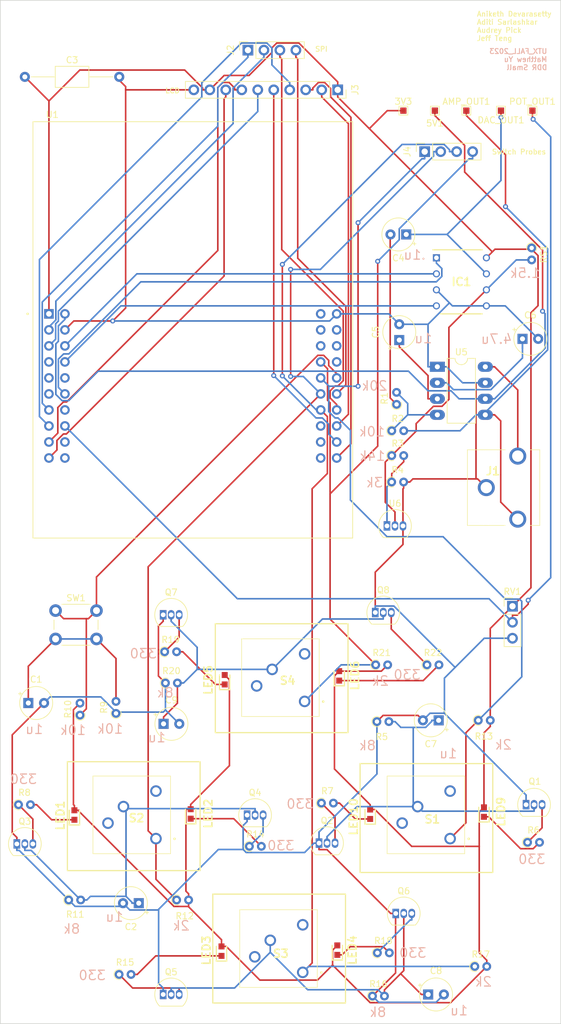
<source format=kicad_pcb>
(kicad_pcb (version 20221018) (generator pcbnew)
  (title_block (title "ECE 445L Baseline Project") (date "2023-08-25") (rev "v1.0.0") (company "The University of Texas at Austin"))
  (layers (0 "F.Cu" signal) (31 "B.Cu" signal) (34 "B.Paste" user) (35 "F.Paste" user) (36 "B.SilkS" user "B.Silkscreen") (37 "F.SilkS" user "F.Silkscreen") (38 "B.Mask" user) (39 "F.Mask" user) (44 "Edge.Cuts" user))
  (net 0 "")
  (net 1 "/SS1_MOSI")
  (net 2 "GND")
  (net 3 "+3V3")
  (net 4 "/SS1_SCK")
  (net 5 "/SS1_FS")
  (net 6 "/Vref")
  (net 7 "/SW_UP")
  (net 8 "/SW_DOWN")
  (net 9 "/SW_LEFT")
  (net 10 "/SW_RIGHT")
  (net 11 "/DAC_OUT")
  (net 12 "/SDC_CS")
  (net 13 "/TFT_MISO")
  (net 14 "/TFT_SCK")
  (net 15 "/POT_OUT")
  (net 17 "/TFT_MOSI")
  (net 18 "+5V")
  (net 21 "/TFT_CS")
  (net 32 "Net-(U5-FC2)")
  (net 33 "Net-(U5-FC1)")
  (net 34 "Net-(U5-VIN)")
  (net 35 "Net-(U6-FB)")
  (net 36 "Net-(C4-Pad2)")
  (net 37 "/AMP_OUT")
  (net 38 "Net-(J1-RING)")
  (net 39 "/TFT_D{slash}C")
  (net 40 "/TFT_RST")
  (net 41 "/SS2_FS")
  (net 43 "/SS2_SCK")
  (net 44 "/SS2_MOSI")
  (net 45 "/SS2_MISO")
  (net 46 "Net-(Q3-G)")
  (net 49 "Net-(C1-Pad1)")
  (net 50 "/RST")
  (net 51 "Net-(Q1-G)")
  (net 52 "Net-(Q5-G)")
  (net 53 "Net-(Q7-G)")
  (net 54 "Net-(LED1-K)")
  (net 55 "Net-(LED2-K)")
  (net 56 "Net-(LED3-K)")
  (net 57 "Net-(LED4-K)")
  (net 58 "Net-(LED5-K)")
  (net 59 "Net-(LED6-K)")
  (net 60 "Net-(LED9-K)")
  (net 61 "Net-(LED10-K)")
  (net 62 "Net-(Q1-D)")
  (net 63 "Net-(Q2-D)")
  (net 64 "Net-(Q3-D)")
  (net 65 "Net-(Q4-D)")
  (net 66 "Net-(Q5-D)")
  (net 67 "Net-(Q6-D)")
  (net 68 "Net-(Q7-D)")
  (net 69 "Net-(Q8-D)")
  (footprint "footprints:KS11R23CQD" (layer "F.Cu") (at 67.31 139.7)
    (fp_text reference "S4")
    (fp_text value "RIGHT" hide)
  )
  (footprint "Package_TO_SOT_THT:TO-92_Inline" (layer "F.Cu") (at 81.788 173.334)
    (fp_text reference "Q6")
    (fp_text value "2N7000")
  )
  (footprint "footprints:LEDC1608X80N" (layer "F.Cu") (at 77.724 157.595 90)
    (fp_text reference "LED10")
    (fp_text value "150060BS75000" hide)
  )
  (footprint "Connector_PinHeader_2.54mm:PinHeader_1x03_P2.54mm_Vertical" (layer "F.Cu") (at 100.33 124.602)
    (fp_text reference "RV1")
    (fp_text value "R_Potentiometer")
  )
  (footprint "footprints:ti_EKTM4C123GXL" (layer "F.Cu") (at 49.544 80.772)
    (fp_text reference "U1")
    (fp_text value "EK-TM4C123GXL")
  )
  (footprint "Resistor_THT:R_Axial_DIN0204_L3.6mm_D1.6mm_P1.90mm_Vertical" (layer "F.Cu") (at 58.531 162.687)
    (fp_text reference "R14")
    (fp_text value "330")
  )
  (footprint "Resistor_THT:R_Axial_DIN0204_L3.6mm_D1.6mm_P1.90mm_Vertical" (layer "F.Cu") (at 94.9 142.7)
    (fp_text reference "R13")
    (fp_text value "2k")
  )
  (footprint "Resistor_THT:R_Axial_DIN0204_L3.6mm_D1.6mm_P1.90mm_Vertical" (layer "F.Cu") (at 45.069 131.826)
    (fp_text reference "R19")
    (fp_text value "330")
  )
  (footprint "Capacitor_THT:CP_Radial_Tantal_D5.0mm_P2.50mm" (layer "F.Cu") (at 40.9561 171.704 180)
    (fp_text reference "C2")
    (fp_text value "1uF")
  )
  (footprint "TestPoint:TestPoint_Pad_1.0x1.0mm" (layer "F.Cu") (at 103.5 46)
    (fp_text reference "POT_OUT1")
    (fp_text value "TestPoint")
  )
  (footprint "Resistor_THT:R_Axial_DIN0204_L3.6mm_D1.6mm_P1.90mm_Vertical" (layer "F.Cu") (at 78.089 186.436)
    (fp_text reference "R16")
    (fp_text value "8k")
  )
  (footprint "Resistor_THT:R_Axial_DIN0204_L3.6mm_D1.6mm_P1.90mm_Vertical" (layer "F.Cu") (at 78.795 142.9)
    (fp_text reference "R5")
    (fp_text value "8k")
  )
  (footprint "TestPoint:TestPoint_Pad_1.0x1.0mm" (layer "F.Cu") (at 98.5 46)
    (fp_text reference "DAC_OUT1")
    (fp_text value "TestPoint")
  )
  (footprint "footprints:LEDC1608X80N" (layer "F.Cu") (at 54.102 179.312 90)
    (fp_text reference "LED3")
    (fp_text value "150060BS75000" hide)
  )
  (footprint "Package_TO_SOT_THT:TO-92_Inline" (layer "F.Cu") (at 44.831 125.963)
    (fp_text reference "Q7")
    (fp_text value "2N7000")
  )
  (footprint "Resistor_THT:R_Axial_DIN0204_L3.6mm_D1.6mm_P1.90mm_Vertical" (layer "F.Cu") (at 81.153 96.774)
    (fp_text reference "R2")
    (fp_text value "10k")
  )
  (footprint "Resistor_THT:R_Axial_DIN0204_L3.6mm_D1.6mm_P1.90mm_Vertical" (layer "F.Cu") (at 45.196 136.779)
    (fp_text reference "R20")
    (fp_text value "8k")
  )
  (footprint "TestPoint:TestPoint_Pad_1.0x1.0mm" (layer "F.Cu") (at 83 46)
    (fp_text reference "3V3")
    (fp_text value "TestPoint")
  )
  (footprint "Package_TO_SOT_THT:TO-92_Inline" (layer "F.Cu") (at 102.489 156.083)
    (fp_text reference "Q1")
    (fp_text value "2N7000")
  )
  (footprint "Capacitor_THT:CP_Radial_Tantal_D5.0mm_P2.50mm" (layer "F.Cu") (at 88.6 142.7 180)
    (fp_text reference "C7")
    (fp_text value "1uF")
  )
  (footprint "Package_TO_SOT_THT:TO-92_Inline" (layer "F.Cu") (at 21.59 162.306)
    (fp_text reference "Q3")
    (fp_text value "2N7000")
  )
  (footprint "footprints:KS11R23CQD" (layer "F.Cu") (at 43.688 161.464)
    (fp_text reference "S2")
    (fp_text value "RIGHT" hide)
  )
  (footprint "footprints:LEDC1608X80N" (layer "F.Cu") (at 49.2 157.55 90)
    (fp_text reference "LED2")
    (fp_text value "150060BS75000" hide)
  )
  (footprint "Resistor_THT:R_Axial_DIN0204_L3.6mm_D1.6mm_P1.90mm_Vertical" (layer "F.Cu") (at 86.749 133.9)
    (fp_text reference "R22")
    (fp_text value "330")
  )
  (footprint "Package_TO_SOT_THT:TO-92_Inline" (layer "F.Cu") (at 80.391 111.866)
    (fp_text reference "U6")
    (fp_text value "LM4041LP-ADJ")
  )
  (footprint "Connector_PinSocket_2.54mm:PinSocket_1x10_P2.54mm_Vertical" (layer "F.Cu") (at 72.56 42.7 -90)
    (fp_text reference "J3")
    (fp_text value "Conn_01x10_Socket")
  )
  (footprint "footprints:ti_TLV5618AIP" (layer "F.Cu") (at 92.216 73.152)
    (fp_text reference "IC1")
    (fp_text value "TLV5618AIP" hide)
  )
  (footprint "Connector_PinSocket_2.54mm:PinSocket_1x04_P2.54mm_Vertical" (layer "F.Cu") (at 58.3 36.4 90)
    (fp_text reference "J2")
    (fp_text value "Conn_01x04_Socket")
  )
  (footprint "Capacitor_THT:CP_Radial_Tantal_D5.0mm_P2.50mm" (layer "F.Cu") (at 83.4503 65.6336 180)
    (fp_text reference "C4")
    (fp_text value ".1 uF")
  )
  (footprint "Connector_PinSocket_2.54mm:PinSocket_1x04_P2.54mm_Vertical" (layer "F.Cu") (at 86.38 52.5 90)
    (fp_text reference "J4")
    (fp_text value "Conn_01x04_Socket")
  )
  (footprint "Package_DIP:DIP-8_W7.62mm_LongPads" (layer "F.Cu") (at 88.391 86.624)
    (fp_text reference "U5")
    (fp_text value "MCP34119P")
  )
  (footprint "Package_TO_SOT_THT:TO-92_Inline" (layer "F.Cu") (at 69.596 162.179)
    (fp_text reference "Q2")
    (fp_text value "2N7000")
  )
  (footprint "Capacitor_THT:CP_Radial_Tantal_D5.0mm_P2.50mm" (layer "F.Cu") (at 44.8959 143.256)
    (fp_text reference "C9")
    (fp_text value "1uF")
  )
  (footprint "Resistor_THT:R_Axial_DIN0204_L3.6mm_D1.6mm_P1.90mm_Vertical" (layer "F.Cu") (at 69.977 155.829)
    (fp_text reference "R7")
    (fp_text value "330")
  )
  (footprint "Capacitor_THT:CP_Radial_Tantal_D5.0mm_P2.50mm" (layer "F.Cu") (at 82.3468 82.3835 90)
    (fp_text reference "C5")
    (fp_text value "1.0 uF")
  )
  (footprint "Capacitor_THT:C_Axial_L5.1mm_D3.1mm_P15.00mm_Horizontal" (layer "F.Cu") (at 22.86 40.64)
    (fp_text reference "C3")
    (fp_text value "10uF")
  )
  (footprint "footprints:KS11R23CQD" (layer "F.Cu") (at 90.424 161.464)
    (fp_text reference "S1")
    (fp_text value "RIGHT" hide)
  )
  (footprint "Resistor_THT:R_Axial_DIN0204_L3.6mm_D1.6mm_P1.90mm_Vertical" (layer "F.Cu") (at 29.829 171.196)
    (fp_text reference "R11")
    (fp_text value "8k")
  )
  (footprint "Resistor_THT:R_Axial_DIN0204_L3.6mm_D1.6mm_P1.90mm_Vertical" (layer "F.Cu") (at 46.974 171.196)
    (fp_text reference "R12")
    (fp_text value "2k")
  )
  (footprint "Resistor_THT:R_Axial_DIN0204_L3.6mm_D1.6mm_P1.90mm_Vertical" (layer "F.Cu") (at 81.137 104.902)
    (fp_text reference "R4")
    (fp_text value "3k")
  )
  (footprint "Capacitor_THT:CP_Radial_Tantal_D5.0mm_P2.50mm" (layer "F.Cu") (at 23.408 139.954)
    (fp_text reference "C1")
    (fp_text value "1uF")
  )
  (footprint "Resistor_THT:R_Axial_DIN0204_L3.6mm_D1.6mm_P1.90mm_Vertical" (layer "F.Cu") (at 94.345 181.737)
    (fp_text reference "R17")
    (fp_text value "2k")
  )
  (footprint "Package_TO_SOT_THT:TO-92_Inline" (layer "F.Cu") (at 44.831 186.182)
    (fp_text reference "Q5")
    (fp_text value "2N7000")
  )
  (footprint "footprints:LEDC1608X80N" (layer "F.Cu") (at 30.734 157.722 90)
    (fp_text reference "LED1")
    (fp_text value "150060BS75000" hide)
  )
  (footprint "Resistor_THT:R_Axial_DIN0204_L3.6mm_D1.6mm_P1.90mm_Vertical" (layer "F.Cu") (at 102.727 162.052)
    (fp_text reference "R6")
    (fp_text value "330")
  )
  (footprint "TestPoint:TestPoint_Pad_1.0x1.0mm" (layer "F.Cu") (at 88 46)
    (fp_text reference "5V1")
    (fp_text value "TestPoint")
  )
  (footprint "Capacitor_THT:CP_Radial_Tantal_D5.0mm_P2.50mm" (layer "F.Cu") (at 101.9189 82.1944)
    (fp_text reference "C6")
    (fp_text value "4.7 uF")
  )
  (footprint "Resistor_THT:R_Axial_DIN0204_L3.6mm_D1.6mm_P1.90mm_Vertical" (layer "F.Cu") (at 81.915 92.583 90)
    (fp_text reference "R1")
    (fp_text value "20k")
  )
  (footprint "Resistor_THT:R_Axial_DIN0204_L3.6mm_D1.6mm_P1.90mm_Vertical" (layer "F.Cu") (at 37.338 141.6 90)
    (fp_text reference "R9")
    (fp_text value "10k")
  )
  (footprint "footprints:LEDC1608X80N" (layer "F.Cu") (at 72.5 179.15 90)
    (fp_text reference "LED4")
    (fp_text value "150060BS75000" hide)
  )
  (footprint "Resistor_THT:R_Axial_DIN0204_L3.6mm_D1.6mm_P1.90mm_Vertical" (layer "F.Cu") (at 37.83 183.007)
    (fp_text reference "R15")
    (fp_text value "330")
  )
  (footprint "Resistor_THT:R_Axial_DIN0204_L3.6mm_D1.6mm_P1.90mm_Vertical" (layer "F.Cu") (at 81.148 100.711)
    (fp_text reference "R3")
    (fp_text value "14k")
  )
  (footprint "TestPoint:TestPoint_Pad_1.0x1.0mm" (layer "F.Cu") (at 93 46)
    (fp_text reference "AMP_OUT1")
    (fp_text value "TestPoint")
  )
  (footprint "footprints:LEDC1608X80N" (layer "F.Cu") (at 54.61 136.259 90)
    (fp_text reference "LED5")
    (fp_text value "150060BS75000" hide)
  )
  (footprint "Resistor_THT:R_Axial_DIN0204_L3.6mm_D1.6mm_P1.90mm_Vertical" (layer "F.Cu") (at 78.867 179.578)
    (fp_text reference "R18")
    (fp_text value "330")
  )
  (footprint "Package_TO_SOT_THT:TO-92_Inline" (layer "F.Cu") (at 78.53 125.6)
    (fp_text reference "Q8")
    (fp_text value "2N7000")
  )
  (footprint "footprints:KS11R23CQD" (layer "F.Cu") (at 67.009 182.673)
    (fp_text reference "S3")
    (fp_text value "RIGHT" hide)
  )
  (footprint "footprints:LEDC1608X80N" (layer "F.Cu") (at 95.8 157.25 90)
    (fp_text reference "LED9")
    (fp_text value "150060BS75000" hide)
  )
  (footprint "Resistor_THT:R_Axial_DIN0204_L3.6mm_D1.6mm_P1.90mm_Vertical" (layer "F.Cu") (at 78.6 133.9)
    (fp_text reference "R21")
    (fp_text value "2k")
  )
  (footprint "footprints:LEDC1608X80N" (layer "F.Cu") (at 72.8 135.65 90)
    (fp_text reference "LED6")
    (fp_text value "150060BS75000" hide)
  )
  (footprint "footprints:SJ13553NG" (layer "F.Cu") (at 96.169 105.791)
    (fp_text reference "J1")
    (fp_text value "SJ1-3553NG" hide)
  )
  (footprint "Capacitor_THT:CP_Radial_Tantal_D5.0mm_P2.50mm" (layer "F.Cu") (at 86.9329 186.182)
    (fp_text reference "C8")
    (fp_text value "1uF")
  )
  (footprint "Resistor_THT:R_Axial_DIN0204_L3.6mm_D1.6mm_P1.90mm_Vertical" (layer "F.Cu") (at 31.623 141.875 90)
    (fp_text reference "R10")
    (fp_text value "10k")
  )
  (footprint "Resistor_THT:R_Axial_DIN0204_L3.6mm_D1.6mm_P1.90mm_Vertical" (layer "F.Cu") (at 21.849 156.083)
    (fp_text reference "R8")
    (fp_text value "330")
  )
  (footprint "Resistor_THT:R_Axial_DIN0204_L3.6mm_D1.6mm_P1.90mm_Vertical" (layer "F.Cu") (at 103.378 67.7766 -90)
    (fp_text reference "RS1")
    (fp_text value "1.5k")
  )
  (footprint "Package_TO_SOT_THT:TO-92_Inline" (layer "F.Cu") (at 58.166 157.734)
    (fp_text reference "Q4")
    (fp_text value "2N7000")
  )
  (footprint "Button_Switch_THT:SW_PUSH_6mm" (layer "F.Cu") (at 27.738 125.294)
    (fp_text reference "SW1")
    (fp_text value "SW_Reset")
  )
  (gr_rect (start 29.618 149.264) (end 50.7 166.536) (stroke (width 0.2)) (fill none) (layer "F.SilkS"))
  (gr_rect (start 52.718 170.264) (end 73.8 187.536) (stroke (width 0.2)) (fill none) (layer "F.SilkS"))
  (gr_rect (start 76.118 149.564) (end 97.2 166.836) (stroke (width 0.2)) (fill none) (layer "F.SilkS"))
  (gr_rect (start 53.118 127.381) (end 74.2 144.653) (stroke (width 0.2)) (fill none) (layer "F.SilkS"))
  (gr_rect (start 18.96 28.5) (end 108 190.81) (stroke (width 0.1)) (fill none) (layer "Edge.Cuts"))
  (gr_text "330" (at 65.786 163.449) (layer "B.SilkS") (effects (font (size 1.5 1.5) (thickness 0.1875)) (justify left bottom mirror)))
  (gr_text "10k" (at 38.5572 144.9324) (layer "B.SilkS") (effects (font (size 1.5 1.5) (thickness 0.1875)) (justify left bottom mirror)))
  (gr_text "14k\n" (at 80.2132 101.6508) (layer "B.SilkS") (effects (font (size 1.5 1.5) (thickness 0.1875)) (justify left bottom mirror)))
  (gr_text "3k" (at 79.8576 105.8672) (layer "B.SilkS") (effects (font (size 1.5 1.5) (thickness 0.1875)) (justify left bottom mirror)))
  (gr_text "10k" (at 80.1624 97.79) (layer "B.SilkS") (effects (font (size 1.5 1.5) (thickness 0.1875)) (justify left bottom mirror)))
  (gr_text "330" (at 24.892 152.908) (layer "B.SilkS") (effects (font (size 1.5 1.5) (thickness 0.1875)) (justify left bottom mirror)))
  (gr_text "1.5k" (at 104.8512 72.644) (layer "B.SilkS") (effects (font (size 1.5 1.5) (thickness 0.1875)) (justify left bottom mirror)))
  (gr_text "1u" (at 87.6808 83.0072) (layer "B.SilkS") (effects (font (size 1.5 1.5) (thickness 0.1875)) (justify left bottom mirror)))
  (gr_text "20k" (at 80.5688 90.5256) (layer "B.SilkS") (effects (font (size 1.5 1.5) (thickness 0.1875)) (justify left bottom mirror)))
  (gr_text "8k" (at 46.609 139.192) (layer "B.SilkS") (effects (font (size 1.5 1.5) (thickness 0.1875)) (justify left bottom mirror)))
  (gr_text "1u" (at 91.631888 148.844) (layer "B.SilkS") (effects (font (size 1.5 1.5) (thickness 0.1875)) (justify left bottom mirror)))
  (gr_text "1u" (at 38.608 174.752) (layer "B.SilkS") (effects (font (size 1.5 1.5) (thickness 0.1875)) (justify left bottom mirror)))
  (gr_text "330" (at 35.814 184.023) (layer "B.SilkS") (effects (font (size 1.5 1.5) (thickness 0.1875)) (justify left bottom mirror)))
  (gr_text "2k" (at 97.155 185.039) (layer "B.SilkS") (effects (font (size 1.5 1.5) (thickness 0.1875)) (justify left bottom mirror)))
  (gr_text "1u" (at 93.345 189.611) (layer "B.SilkS") (effects (font (size 1.5 1.5) (thickness 0.1875)) (justify left bottom mirror)))
  (gr_text "330" (at 85.852 136.3472) (layer "B.SilkS") (effects (font (size 1.5 1.5) (thickness 0.1875)) (justify left bottom mirror)))
  (gr_text "2k" (at 100.33 147.447) (layer "B.SilkS") (effects (font (size 1.5 1.5) (thickness 0.1875)) (justify left bottom mirror)))
  (gr_text "1u" (at 45.339 146.304) (layer "B.SilkS") (effects (font (size 1.5 1.5) (thickness 0.1875)) (justify left bottom mirror)))
  (gr_text "330" (at 68.834 156.845) (layer "B.SilkS") (effects (font (size 1.5 1.5) (thickness 0.1875)) (justify left bottom mirror)))
  (gr_text "8k" (at 80.391 189.865) (layer "B.SilkS") (effects (font (size 1.5 1.5) (thickness 0.1875)) (justify left bottom mirror)))
  (gr_text ".1u" (at 86.6648 69.7484) (layer "B.SilkS") (effects (font (size 1.5 1.5) (thickness 0.1875)) (justify left bottom mirror)))
  (gr_text "10k" (at 32.6644 145.1356) (layer "B.SilkS") (effects (font (size 1.5 1.5) (thickness 0.1875)) (justify left bottom mirror)))
  (gr_text "1u" (at 25.8572 144.9832) (layer "B.SilkS") (effects (font (size 1.5 1.5) (thickness 0.1875)) (justify left bottom mirror)))
  (gr_text "2k" (at 49.149 176.149) (layer "B.SilkS") (effects (font (size 1.5 1.5) (thickness 0.1875)) (justify left bottom mirror)))
  (gr_text "8k" (at 78.74 147.574) (layer "B.SilkS") (effects (font (size 1.5 1.5) (thickness 0.1875)) (justify left bottom mirror)))
  (gr_text "2k" (at 80.775 137.329) (layer "B.SilkS") (effects (font (size 1.5 1.5) (thickness 0.1875)) (justify left bottom mirror)))
  (gr_text "8k" (at 31.75 176.657) (layer "B.SilkS") (effects (font (size 1.5 1.5) (thickness 0.1875)) (justify left bottom mirror)))
  (gr_text "330" (at 105.664 165.608) (layer "B.SilkS") (effects (font (size 1.5 1.5) (thickness 0.1875)) (justify left bottom mirror)))
  (gr_text "4.7u" (at 100.3808 83.1088) (layer "B.SilkS") (effects (font (size 1.5 1.5) (thickness 0.1875)) (justify left bottom mirror)))
  (gr_text "330" (at 43.942 132.9944) (layer "B.SilkS") (effects (font (size 1.5 1.5) (thickness 0.1875)) (justify left bottom mirror)))
  (gr_text "330" (at 86.757 180.467) (layer "B.SilkS") (effects (font (size 1.5 1.5) (thickness 0.1875)) (justify left bottom mirror)))
  (gr_text "UTX_FALL_2023\nMatthew Yu\nDDR Small" (at 105.918 39.624) (layer "B.SilkS") (effects (font (size 0.8 0.8) (thickness 0.15) bold) (justify left bottom mirror)))
  (gr_text "LCD" (at 45.1 43.3) (layer "F.SilkS") (effects (font (size 0.8 0.8) (thickness 0.15) bold) (justify left bottom)))
  (gr_text "Switch Probes" (at 97 53) (layer "F.SilkS") (effects (font (size 0.8 0.8) (thickness 0.15) bold) (justify left bottom)))
  (gr_text "SPI" (at 68.9 36.7) (layer "F.SilkS") (effects (font (size 0.8 0.8) (thickness 0.15) bold) (justify left bottom)))
  (gr_text "Aniketh Devarasetty\nAditi Sarlashkar\nAudrey Pick\nJeff Teng" (at 94.6 35) (layer "F.SilkS") (effects (font (size 0.8 0.8) (thickness 0.15) bold) (justify left bottom)))
  (segment (start 28.1861 85.4126) (end 28.1861 89.8941) (width 0.25) (layer "B.Cu") (net 1))
  (segment (start 41.275 73.152) (end 29.8425 84.5845) (width 0.25) (layer "B.Cu") (net 1))
  (segment (start 88.2373 73.152) (end 41.275 73.152) (width 0.25) (layer "B.Cu") (net 1))
  (segment (start 29.0142 84.5845) (end 28.1861 85.4126) (width 0.25) (layer "B.Cu") (net 1))
  (segment (start 89.1032 71.0411) (end 89.1032 72.2861) (width 0.25) (layer "B.Cu") (net 1))
  (segment (start 89.1032 72.2861) (end 88.2373 73.152) (width 0.25) (layer "B.Cu") (net 1))
  (segment (start 28.1861 89.8941) (end 29.224 90.932) (width 0.25) (layer "B.Cu") (net 1))
  (segment (start 88.246 70.1839) (end 89.1032 71.0411) (width 0.25) (layer "B.Cu") (net 1))
  (segment (start 29.8425 84.5845) (end 29.0142 84.5845) (width 0.25) (layer "B.Cu") (net 1))
  (segment (start 88.246 69.342) (end 88.246 70.1839) (width 0.25) (layer "B.Cu") (net 1))
  (segment (start 84.5069 104.409) (end 84.0139 104.902) (width 0.25) (layer "F.Cu") (net 2))
  (segment (start 37.86 40.64) (end 37.86 41.1784) (width 0.25) (layer "F.Cu") (net 2))
  (segment (start 81.788 173.334) (end 81.3871 173.334) (width 0.25) (layer "F.Cu") (net 2))
  (segment (start 86.1 142.7) (end 85.3224 141.922) (width 0.25) (layer "F.Cu") (net 2))
  (segment (start 69.596 163.206) (end 70.858 163.206) (width 0.25) (layer "F.Cu") (net 2))
  (segment (start 20.8568 145.005) (end 20.8568 160.546) (width 0.25) (layer "F.Cu") (net 2))
  (segment (start 94.787 104.409) (end 94.5341 104.409) (width 0.25) (layer "F.Cu") (net 2))
  (segment (start 38.8699 77.3056) (end 36.8169 79.3586) (width 0.25) (layer "F.Cu") (net 2))
  (segment (start 30.6374 79.3586) (end 29.224 80.772) (width 0.25) (layer "F.Cu") (net 2))
  (segment (start 44.082 127.739) (end 44.831 126.99) (width 0.25) (layer "F.Cu") (net 2))
  (segment (start 96.011 89.164) (end 94.5341 89.164) (width 0.25) (layer "F.Cu") (net 2))
  (segment (start 45.196 136.779) (end 44.082 135.665) (width 0.25) (layer "F.Cu") (net 2))
  (segment (start 84.0139 104.902) (end 83.037 104.902) (width 0.25) (layer "F.Cu") (net 2))
  (segment (start 81.7589 173.706) (end 81.7589 182.766) (width 0.25) (layer "F.Cu") (net 2))
  (segment (start 94.5341 89.164) (end 94.5341 104.409) (width 0.25) (layer "F.Cu") (net 2))
  (segment (start 82.931 111.866) (end 82.931 114.802) (width 0.25) (layer "F.Cu") (net 2))
  (segment (start 83.037 105.879) (end 82.931 105.985) (width 0.25) (layer "F.Cu") (net 2))
  (segment (start 81.7589 182.766) (end 78.089 186.436) (width 0.25) (layer "F.Cu") (net 2))
  (segment (start 85.3224 141.922) (end 79.7726 141.922) (width 0.25) (layer "F.Cu") (net 2))
  (segment (start 38.8699 42.1883) (end 38.8699 42.7) (width 0.25) (layer "F.Cu") (net 2))
  (segment (start 21.59 161.279) (end 21.59 162.306) (width 0.25) (layer "F.Cu") (net 2))
  (segment (start 38.8699 42.7) (end 38.8699 77.3056) (width 0.25) (layer "F.Cu") (net 2))
  (segment (start 20.8568 160.546) (end 21.59 161.279) (width 0.25) (layer "F.Cu") (net 2))
  (segment (start 80.9861 173.334) (end 81.3871 173.334) (width 0.25) (layer "F.Cu") (net 2))
  (segment (start 37.86 41.1784) (end 38.8699 42.1883) (width 0.25) (layer "F.Cu") (net 2))
  (segment (start 94.5341 104.409) (end 84.5069 104.409) (width 0.25) (layer "F.Cu") (net 2))
  (segment (start 49.7 42.7) (end 38.8699 42.7) (width 0.25) (layer "F.Cu") (net 2))
  (segment (start 81.3871 173.334) (end 81.7589 173.706) (width 0.25) (layer "F.Cu") (net 2))
  (segment (start 96.169 105.791) (end 94.787 104.409) (width 0.25) (layer "F.Cu") (net 2))
  (segment (start 69.596 162.179) (end 69.596 163.206) (width 0.25) (layer "F.Cu") (net 2))
  (segment (start 44.831 126.99) (end 44.831 125.963) (width 0.25) (layer "F.Cu") (net 2))
  (segment (start 44.082 135.665) (end 44.082 127.739) (width 0.25) (layer "F.Cu") (net 2))
  (segment (start 36.8169 79.3586) (end 30.6374 79.3586) (width 0.25) (layer "F.Cu") (net 2))
  (segment (start 83.037 104.902) (end 83.037 105.879) (width 0.25) (layer "F.Cu") (net 2))
  (segment (start 25.908 139.954) (end 20.8568 145.005) (width 0.25) (layer "F.Cu") (net 2))
  (segment (start 79.7726 141.922) (end 78.795 142.9) (width 0.25) (layer "F.Cu") (net 2))
  (segment (start 78.53 119.203) (end 78.53 125.6) (width 0.25) (layer "F.Cu") (net 2))
  (segment (start 70.858 163.206) (end 80.9861 173.334) (width 0.25) (layer "F.Cu") (net 2))
  (segment (start 82.931 105.985) (end 82.931 111.866) (width 0.25) (layer "F.Cu") (net 2))
  (segment (start 82.931 114.802) (end 78.53 119.203) (width 0.25) (layer "F.Cu") (net 2))
  (via (at 36.8169 79.3586) (size 0.8) (drill 0.4) (layers "F.Cu" "B.Cu") (net 2))
  (segment (start 88.1953 187.42) (end 79.0726 187.42) (width 0.25) (layer "B.Cu") (net 2))
  (segment (start 81.4857 124.573) (end 78.53 124.573) (width 0.25) (layer "B.Cu") (net 2))
  (segment (start 57.5391 163.186) (end 53.6026 163.186) (width 0.25) (layer "B.Cu") (net 2))
  (segment (start 57.5391 163.186) (end 57.5391 159.388) (width 0.25) (layer "B.Cu") (net 2))
  (segment (start 89.5189 136.006) (end 89.5189 141.58) (width 0.25) (layer "B.Cu") (net 2))
  (segment (start 29.829 171.196) (end 30.8431 172.21) (width 0.25) (layer "B.Cu") (net 2))
  (segment (start 78.795 142.9) (end 78.795 151.209) (width 0.25) (layer "B.Cu") (net 2))
  (segment (start 102.489 154.55) (end 102.489 156.083) (width 0.25) (layer "B.Cu") (net 2))
  (segment (start 44.1083 184.432) (end 44.831 185.155) (width 0.25) (layer "B.Cu") (net 2))
  (segment (start 89.4329 186.182) (end 88.1953 187.42) (width 0.25) (layer "B.Cu") (net 2))
  (segment (start 82.3468 79.8835) (end 80.6953 78.232) (width 0.25) (layer "B.Cu") (net 2))
  (segment (start 89.8679 86.624) (end 92.4079 89.164) (width 0.25) (layer "B.Cu") (net 2))
  (segment (start 86.9141 86.624) (end 88.391 86.624) (width 0.25) (layer "B.Cu") (net 2))
  (segment (start 21.59 162.306) (end 21.59 163.333) (width 0.25) (layer "B.Cu") (net 2))
  (segment (start 78.53 124.573) (end 78.53 125.6) (width 0.25) (layer "B.Cu") (net 2))
  (segment (start 58.0185 163.665) (end 57.5391 163.186) (width 0.25) (layer "B.Cu") (net 2))
  (segment (start 88.391 86.624) (end 89.8679 86.624) (width 0.25) (layer "B.Cu") (net 2))
  (segment (start 91.2189 134.306) (end 89.5189 136.006) (width 0.25) (layer "B.Cu") (net 2))
  (segment (start 44.1083 172.68) (end 44.1083 172.781) (width 0.25) (layer "B.Cu") (net 2))
  (segment (start 68.7941 162.179) (end 67.308 163.665) (width 0.25) (layer "B.Cu") (net 2))
  (segment (start 71.2774 79.3586) (end 36.8169 79.3586) (width 0.25) (layer "B.Cu") (net 2))
  (segment (start 25.908 139.954) (end 26.8772 138.985) (width 0.25) (layer "B.Cu") (net 2))
  (segment (start 37.338 141.399) (end 44.8531 141.399) (width 0.25) (layer "B.Cu") (net 2))
  (segment (start 39.533 172.781) (end 38.4561 171.704) (width 0.25) (layer "B.Cu") (net 2))
  (segment (start 96.186 76.962) (end 99.1865 76.962) (width 0.25) (layer "B.Cu") (net 2))
  (segment (start 89.5189 141.58) (end 102.489 154.55) (width 0.25) (layer "B.Cu") (net 2))
  (segment (start 69.596 160.408) (end 69.596 162.179) (width 0.25) (layer "B.Cu") (net 2))
  (segment (start 86.9141 79.8835) (end 86.9141 86.624) (width 0.25) (layer "B.Cu") (net 2))
  (segment (start 67.308 163.665) (end 58.0185 163.665) (width 0.25) (layer "B.Cu") (net 2))
  (segment (start 37.95 172.21) (end 38.4561 171.704) (width 0.25) (layer "B.Cu") (net 2))
  (segment (start 44.1083 172.781) (end 44.1083 184.432) (width 0.25) (layer "B.Cu") (net 2))
  (segment (start 69.596 162.179) (end 68.7941 162.179) (width 0.25) (layer "B.Cu") (net 2))
  (segment (start 58.166 158.761) (end 58.166 157.734) (width 0.25) (layer "B.Cu") (net 2))
  (segment (start 57.5391 159.388) (end 58.166 158.761) (width 0.25) (layer "B.Cu") (net 2))
  (segment (start 34.9238 138.985) (end 37.338 141.399) (width 0.25) (layer "B.Cu") (net 2))
  (segment (start 99.1865 76.962) (end 104.4189 82.1944) (width 0.25) (layer "B.Cu") (net 2))
  (segment (start 45.196 136.779) (end 45.196 141.056) (width 0.25) (layer "B.Cu") (net 2))
  (segment (start 53.6026 163.186) (end 44.1083 172.68) (width 0.25) (layer "B.Cu") (net 2))
  (segment (start 44.8531 141.399) (end 45.196 141.056) (width 0.25) (layer "B.Cu") (net 2))
  (segment (start 79.0726 187.42) (end 78.089 186.436) (width 0.25) (layer "B.Cu") (net 2))
  (segment (start 21.59 163.333) (end 21.9659 163.333) (width 0.25) (layer "B.Cu") (net 2))
  (segment (start 80.6953 78.232) (end 72.404 78.232) (width 0.25) (layer "B.Cu") (net 2))
  (segment (start 86.9141 79.8835) (end 82.3468 79.8835) (width 0.25) (layer "B.Cu") (net 2))
  (segment (start 90.786 76.962) (end 96.186 76.962) (width 0.25) (layer "B.Cu") (net 2))
  (segment (start 44.1083 172.781) (end 39.533 172.781) (width 0.25) (layer "B.Cu") (net 2))
  (segment (start 37.338 141.399) (end 37.338 141.6) (width 0.25) (layer "B.Cu") (net 2))
  (segment (start 44.831 185.155) (end 44.831 186.182) (width 0.25) (layer "B.Cu") (net 2))
  (segment (start 72.404 78.232) (end 71.2774 79.3586) (width 0.25) (layer "B.Cu") (net 2))
  (segment (start 45.196 141.056) (end 47.3959 143.256) (width 0.25) (layer "B.Cu") (net 2))
  (segment (start 21.9659 163.333) (end 29.829 171.196) (width 0.25) (layer "B.Cu") (net 2))
  (segment (start 92.4079 89.164) (end 96.011 89.164) (width 0.25) (layer "B.Cu") (net 2))
  (segment (start 90.3108 76.4868) (end 90.786 76.962) (width 0.25) (layer "B.Cu") (net 2))
  (segment (start 26.8772 138.985) (end 34.9238 138.985) (width 0.25) (layer "B.Cu") (net 2))
  (segment (start 91.2189 134.306) (end 81.4857 124.573) (width 0.25) (layer "B.Cu") (net 2))
  (segment (start 90.3108 76.4868) (end 88.246 74.422) (width 0.25) (layer "B.Cu") (net 2))
  (segment (start 100.33 129.682) (end 95.8431 129.682) (width 0.25) (layer "B.Cu") (net 2))
  (segment (start 87.2201 141.58) (end 89.5189 141.58) (width 0.25) (layer "B.Cu") (net 2))
  (segment (start 95.8431 129.682) (end 91.2189 134.306) (width 0.25) (layer "B.Cu") (net 2))
  (segment (start 90.3108 76.4868) (end 86.9141 79.8835) (width 0.25) (layer "B.Cu") (net 2))
  (segment (start 104.4189 82.1944) (end 104.419 82.1944) (width 0.25) (layer "B.Cu") (net 2))
  (segment (start 78.795 151.209) (end 69.596 160.408) (width 0.25) (layer "B.Cu") (net 2))
  (segment (start 30.8431 172.21) (end 37.95 172.21) (width 0.25) (layer "B.Cu") (net 2))
  (segment (start 86.1 142.7) (end 87.2201 141.58) (width 0.25) (layer "B.Cu") (net 2))
  (segment (start 78.4759 156.845) (end 77.724 156.845) (width 0.25) (layer "F.Cu") (net 3))
  (segment (start 95.0481 179.563) (end 95.0481 162.695) (width 0.25) (layer "F.Cu") (net 3))
  (segment (start 103.264 78.0508) (end 104.389 76.9266) (width 0.25) (layer "F.Cu") (net 3))
  (segment (start 95.0481 162.695) (end 84.3259 162.695) (width 0.25) (layer "F.Cu") (net 3))
  (segment (start 95.0481 157.252) (end 95.8 156.5) (width 0.25) (layer "F.Cu") (net 3))
  (segment (start 46.5491 172.223) (end 31.4859 157.16) (width 0.25) (layer "F.Cu") (net 3))
  (segment (start 104.389 76.9266) (end 104.389 68.9883) (width 0.25) (layer "F.Cu") (net 3))
  (segment (start 95.8 144.677) (end 95.8 156.5) (width 0.25) (layer "F.Cu") (net 3))
  (segment (start 72.0481 135.652) (end 72.8 134.9) (width 0.25) (layer "F.Cu") (net 3))
  (segment (start 51.1131 42.7) (end 51.1131 42.4183) (width 0.25) (layer "F.Cu") (net 3))
  (segment (start 100.33 124.602) (end 96.8 128.132) (width 0.25) (layer "F.Cu") (net 3))
  (segment (start 95.0481 162.695) (end 95.0481 157.252) (width 0.25) (layer "F.Cu") (net 3))
  (segment (start 58.4748 40.4174) (end 62.11 36.7822) (width 0.25) (layer "F.Cu") (net 3))
  (segment (start 72.56 43.8269) (end 77.5863 48.8531) (width 0.25) (layer "F.Cu") (net 3))
  (segment (start 30.734 156.22) (end 30.734 156.972) (width 0.25) (layer "F.Cu") (net 3))
  (segment (start 31.623 139.975) (end 30.5792 141.019) (width 0.25) (layer "F.Cu") (net 3))
  (segment (start 66.3964 35.2731) (end 72.56 41.4367) (width 0.25) (layer "F.Cu") (net 3))
  (segment (start 54.102 177.503) (end 54.102 178.562) (width 0.25) (layer "F.Cu") (net 3))
  (segment (start 22.86 40.64) (end 26.684 44.464) (width 0.25) (layer "F.Cu") (net 3))
  (segment (start 80.4394 46) (end 77.5863 48.8531) (width 0.25) (layer "F.Cu") (net 3))
  (segment (start 71.7481 179.152) (end 72.5 178.4) (width 0.25) (layer "F.Cu") (net 3))
  (segment (start 83 46) (end 80.4394 46) (width 0.25) (layer "F.Cu") (net 3))
  (segment (start 62.11 36.0391) (end 62.876 35.2731) (width 0.25) (layer "F.Cu") (net 3))
  (segment (start 49.2 156.048) (end 49.2 156.8) (width 0.25) (layer "F.Cu") (net 3))
  (segment (start 51.1131 42.4183) (end 48.2527 39.5579) (width 0.25) (layer "F.Cu") (net 3))
  (segment (start 97.5504 67.9776) (end 97.1306 68.3974) (width 0.25) (layer "F.Cu") (net 3))
  (segment (start 77.724 156.845) (end 77.724 156.093) (width 0.25) (layer "F.Cu") (net 3))
  (segment (start 48.874 170.219) (end 48.4481 169.793) (width 0.25) (layer "F.Cu") (net 3))
  (segment (start 54.8539 178.562) (end 60.1959 183.904) (width 0.25) (layer "F.Cu") (net 3))
  (segment (start 31.4859 156.972) (end 30.734 156.972) (width 0.25) (layer "F.Cu") (net 3))
  (segment (start 26.684 44.464) (end 26.684 78.232) (width 0.25) (layer "F.Cu") (net 3))
  (segment (start 96.245 181.737) (end 90.4981 187.484) (width 0.25) (layer "F.Cu") (net 3))
  (segment (start 48.8222 172.223) (end 54.102 177.503) (width 0.25) (layer "F.Cu") (net 3))
  (segment (start 69.353 183.904) (end 71.7481 181.509) (width 0.25) (layer "F.Cu") (net 3))
  (segment (start 48.2527 39.5579) (end 31.5901 39.5579) (width 0.25) (layer "F.Cu") (net 3))
  (segment (start 96.245 180.76) (end 95.0481 179.563) (width 0.25) (layer "F.Cu") (net 3))
  (segment (start 103.378 67.9776) (end 97.5504 67.9776) (width 0.25) (layer "F.Cu") (net 3))
  (segment (start 84.3259 162.695) (end 78.4759 156.845) (width 0.25) (layer "F.Cu") (net 3))
  (segment (start 31.4859 157.16) (end 31.4859 156.972) (width 0.25) (layer "F.Cu") (net 3))
  (segment (start 52.24 42.7) (end 54.5226 40.4174) (width 0.25) (layer "F.Cu") (net 3))
  (segment (start 79.5 134.9) (end 80.5 133.9) (width 0.25) (layer "F.Cu") (net 3))
  (segment (start 104.389 68.9883) (end 103.378 67.9776) (width 0.25) (layer "F.Cu") (net 3))
  (segment (start 77.7231 187.484) (end 71.7481 181.509) (width 0.25) (layer "F.Cu") (net 3))
  (segment (start 96.245 181.737) (end 96.245 180.76) (width 0.25) (layer "F.Cu") (net 3))
  (segment (start 103.264 121.668) (end 103.264 78.0508) (width 0.25) (layer "F.Cu") (net 3))
  (segment (start 77.724 156.093) (end 72.0481 150.417) (width 0.25) (layer "F.Cu") (net 3))
  (segment (start 62.11 36.7822) (end 62.11 36.0391) (width 0.25) (layer "F.Cu") (net 3))
  (segment (start 62.876 35.2731) (end 66.3964 35.2731) (width 0.25) (layer "F.Cu") (net 3))
  (segment (start 72.56 42.7) (end 72.56 43.8269) (width 0.25) (layer "F.Cu") (net 3))
  (segment (start 55.3619 136.261) (end 55.3619 149.886) (width 0.25) (layer "F.Cu") (net 3))
  (segment (start 52.24 42.7) (end 51.1131 42.7) (width 0.25) (layer "F.Cu") (net 3))
  (segment (start 96.8 143.677) (end 95.8 144.677) (width 0.25) (layer "F.Cu") (net 3))
  (segment (start 96.8 142.7) (end 96.8 143.677) (width 0.25) (layer "F.Cu") (net 3))
  (segment (start 54.61 135.509) (end 55.3619 136.261) (width 0.25) (layer "F.Cu") (net 3))
  (segment (start 48.4481 156.8) (end 49.2 156.8) (width 0.25) (layer "F.Cu") (net 3))
  (segment (start 60.1959 183.904) (end 69.353 183.904) (width 0.25) (layer "F.Cu") (net 3))
  (segment (start 103.378 67.7766) (end 103.378 67.9776) (width 0.25) (layer "F.Cu") (net 3))
  (segment (start 30.5792 141.019) (end 30.5792 156.065) (width 0.25) (layer "F.Cu") (net 3))
  (segment (start 30.5792 156.065) (end 30.734 156.22) (width 0.25) (layer "F.Cu") (net 3))
  (segment (start 71.7481 181.509) (end 71.7481 179.152) (width 0.25) (layer "F.Cu") (net 3))
  (segment (start 72.56 41.4367) (end 72.56 42.7) (width 0.25) (layer "F.Cu") (net 3))
  (segment (start 100.33 124.602) (end 103.264 121.668) (width 0.25) (layer "F.Cu") (net 3))
  (segment (start 72.8 134.9) (end 79.5 134.9) (width 0.25) (layer "F.Cu") (net 3))
  (segment (start 72.0481 150.417) (end 72.0481 135.652) (width 0.25) (layer "F.Cu") (net 3))
  (segment (start 90.4981 187.484) (end 77.7231 187.484) (width 0.25) (layer "F.Cu") (net 3))
  (segment (start 48.874 171.196) (end 48.874 170.219) (width 0.25) (layer "F.Cu") (net 3))
  (segment (start 97.1306 68.3974) (end 96.186 69.342) (width 0.25) (layer "F.Cu") (net 3))
  (segment (start 77.5863 48.8531) (end 97.1306 68.3974) (width 0.25) (layer "F.Cu") (net 3))
  (segment (start 55.3619 149.886) (end 49.2 156.048) (width 0.25) (layer "F.Cu") (net 3))
  (segment (start 96.8 128.132) (end 96.8 142.7) (width 0.25) (layer "F.Cu") (net 3))
  (segment (start 48.874 172.171) (end 48.8222 172.223) (width 0.25) (layer "F.Cu") (net 3))
  (segment (start 48.4481 169.793) (end 48.4481 156.8) (width 0.25) (layer "F.Cu") (net 3))
  (segment (start 48.8222 172.223) (end 46.5491 172.223) (width 0.25) (layer "F.Cu") (net 3))
  (segment (start 54.5226 40.4174) (end 58.4748 40.4174) (width 0.25) (layer "F.Cu") (net 3))
  (segment (start 48.874 171.196) (end 48.874 172.171) (width 0.25) (layer "F.Cu") (net 3))
  (segment (start 54.102 178.562) (end 54.8539 178.562) (width 0.25) (layer "F.Cu") (net 3))
  (segment (start 31.5901 39.5579) (end 26.684 44.464) (width 0.25) (layer "F.Cu") (net 3))
  (segment (start 88.246 71.882) (end 40.654 71.882) (width 0.25) (layer "B.Cu") (net 4))
  (segment (start 40.654 71.882) (end 29.224 83.312) (width 0.25) (layer "B.Cu") (net 4))
  (segment (start 38.114 76.962) (end 88.246 76.962) (width 0.25) (layer "B.Cu") (net 5))
  (segment (start 29.224 85.852) (end 38.114 76.962) (width 0.25) (layer "B.Cu") (net 5))
  (segment (start 90.2289 80.3791) (end 90.2289 91.8014) (width 0.25) (layer "F.Cu") (net 6))
  (segment (start 96.186 74.422) (end 90.2289 80.3791) (width 0.25) (layer "F.Cu") (net 6))
  (segment (start 80.1194 101.74) (end 80.1194 108.114) (width 0.25) (layer "F.Cu") (net 6))
  (segment (start 90.2289 91.8014) (end 89.1375 92.8928) (width 0.25) (layer "F.Cu") (net 6))
  (segment (start 81.661 109.656) (end 81.661 111.866) (width 0.25) (layer "F.Cu") (net 6))
  (segment (start 81.148 100.711) (end 80.1194 101.74) (width 0.25) (layer "F.Cu") (net 6))
  (segment (start 89.1375 92.8928) (end 87.7753 92.8928) (width 0.25) (layer "F.Cu") (net 6))
  (segment (start 87.7753 92.8928) (end 85.0267 95.6414) (width 0.25) (layer "F.Cu") (net 6))
  (segment (start 85.0267 95.6414) (end 85.0267 96.8323) (width 0.25) (layer "F.Cu") (net 6))
  (segment (start 85.0267 96.8323) (end 81.148 100.711) (width 0.25) (layer "F.Cu") (net 6))
  (segment (start 80.1194 108.114) (end 81.661 109.656) (width 0.25) (layer "F.Cu") (net 6))
  (segment (start 100.931 69.6766) (end 96.186 74.422) (width 0.25) (layer "B.Cu") (net 6))
  (segment (start 103.378 69.6766) (end 100.931 69.6766) (width 0.25) (layer "B.Cu") (net 6))
  (segment (start 78.9176 99.2089) (end 78.9176 69.8961) (width 0.25) (layer "F.Cu") (net 7))
  (segment (start 71.3531 106.7734) (end 78.9176 99.2089) (width 0.25) (layer "F.Cu") (net 7))
  (segment (start 70.9452 91.9308) (end 71.3531 92.3387) (width 0.25) (layer "F.Cu") (net 7))
  (segment (start 71.3531 106.7734) (end 71.3531 126.653) (width 0.25) (layer "F.Cu") (net 7))
  (segment (start 70.9452 86.9332) (end 70.9452 91.9308) (width 0.25) (layer "F.Cu") (net 7))
  (segment (start 69.864 85.852) (end 70.9452 86.9332) (width 0.25) (layer "F.Cu") (net 7))
  (segment (start 71.3531 92.3387) (end 71.3531 106.7734) (width 0.25) (layer "F.Cu") (net 7))
  (segment (start 71.3531 126.653) (end 78.6 133.9) (width 0.25) (layer "F.Cu") (net 7))
  (via (at 78.9176 69.8961) (size 0.8) (drill 0.4) (layers "F.Cu" "B.Cu") (net 7))
  (segment (start 94 52.5) (end 94 53.6269) (width 0.25) (layer "B.Cu") (net 7))
  (segment (start 78.6 133.9) (end 73.11 133.9) (width 0.25) (layer "B.Cu") (net 7))
  (segment (start 93.4505 53.6269) (end 94 53.6269) (width 0.25) (layer "B.Cu") (net 7))
  (segment (start 73.11 133.9) (end 67.31 139.7) (width 0.25) (layer "B.Cu") (net 7))
  (segment (start 78.9176 69.8961) (end 82.342 66.4717) (width 0.25) (layer "B.Cu") (net 7))
  (segment (start 82.342 64.7354) (end 93.4505 53.6269) (width 0.25) (layer "B.Cu") (net 7))
  (segment (start 82.342 66.4717) (end 82.342 64.7354) (width 0.25) (layer "B.Cu") (net 7))
  (segment (start 68.5019 181.18) (end 68.5019 105.971) (width 0.25) (layer "F.Cu") (net 8))
  (segment (start 67.009 182.673) (end 68.5019 181.18) (width 0.25) (layer "F.Cu") (net 8))
  (segment (start 68.5019 105.971) (end 70.9253 103.547) (width 0.25) (layer "F.Cu") (net 8))
  (segment (start 70.9253 94.5333) (end 69.864 93.472) (width 0.25) (layer "F.Cu") (net 8))
  (segment (start 70.9253 103.547) (end 70.9253 94.5333) (width 0.25) (layer "F.Cu") (net 8))
  (segment (start 63.7671 88.0717) (end 63.7671 70.3851) (width 0.25) (layer "F.Cu") (net 8))
  (via (at 63.7671 70.3851) (size 0.8) (drill 0.4) (layers "F.Cu" "B.Cu") (net 8))
  (via (at 63.7671 88.0717) (size 0.8) (drill 0.4) (layers "F.Cu" "B.Cu") (net 8))
  (segment (start 89.4761 51.3613) (end 82.7909 51.3613) (width 0.25) (layer "B.Cu") (net 8))
  (segment (start 90.3331 52.2183) (end 89.4761 51.3613) (width 0.25) (layer "B.Cu") (net 8))
  (segment (start 69.864 93.472) (end 69.1674 93.472) (width 0.25) (layer "B.Cu") (net 8))
  (segment (start 90.3331 52.5) (end 90.3331 52.2183) (width 0.25) (layer "B.Cu") (net 8))
  (segment (start 67.945 181.737) (end 67.009 182.673) (width 0.25) (layer "B.Cu") (net 8))
  (segment (start 69.1674 93.472) (end 63.7671 88.0717) (width 0.25) (layer "B.Cu") (net 8))
  (segment (start 82.7909 51.3613) (end 63.7671 70.3851) (width 0.25) (layer "B.Cu") (net 8))
  (segment (start 94.345 181.737) (end 67.945 181.737) (width 0.25) (layer "B.Cu") (net 8))
  (segment (start 91.46 52.5) (end 90.3331 52.5) (width 0.25) (layer "B.Cu") (net 8))
  (segment (start 65.087 88.1647) (end 65.087 71.1804) (width 0.25) (layer "F.Cu") (net 9))
  (segment (start 46.974 171.196) (end 43.688 167.91) (width 0.25) (layer "F.Cu") (net 9))
  (segment (start 43.688 161.464) (end 42.4505 160.226) (width 0.25) (layer "F.Cu") (net 9))
  (segment (start 42.4505 160.226) (end 42.4505 118.346) (width 0.25) (layer "F.Cu") (net 9))
  (segment (start 42.4505 118.346) (end 69.864 90.932) (width 0.25) (layer "F.Cu") (net 9))
  (segment (start 43.688 167.91) (end 43.688 161.464) (width 0.25) (layer "F.Cu") (net 9))
  (via (at 65.087 88.1647) (size 0.8) (drill 0.4) (layers "F.Cu" "B.Cu") (net 9))
  (via (at 65.087 71.1804) (size 0.8) (drill 0.4) (layers "F.Cu" "B.Cu") (net 9))
  (segment (start 88.92 52.5) (end 87.7931 52.5) (width 0.25) (layer "B.Cu") (net 9))
  (segment (start 69.817 71.1804) (end 65.087 71.1804) (width 0.25) (layer "B.Cu") (net 9))
  (segment (start 87.7931 52.5) (end 87.7931 53.2043) (width 0.25) (layer "B.Cu") (net 9))
  (segment (start 65.087 88.1647) (end 67.0967 88.1647) (width 0.25) (layer "B.Cu") (net 9))
  (segment (start 67.0967 88.1647) (end 69.864 90.932) (width 0.25) (layer "B.Cu") (net 9))
  (segment (start 87.7931 53.2043) (end 69.817 71.1804) (width 0.25) (layer "B.Cu") (net 9))
  (segment (start 75.7968 63.7784) (end 75.7968 89.7076) (width 0.25) (layer "F.Cu") (net 10))
  (segment (start 92.9301 144.67) (end 92.9301 158.958) (width 0.25) (layer "F.Cu") (net 10))
  (segment (start 94.9 142.7) (end 92.9301 144.67) (width 0.25) (layer "F.Cu") (net 10))
  (segment (start 92.9301 158.958) (end 90.424 161.464) (width 0.25) (layer "F.Cu") (net 10))
  (via (at 75.7968 63.7784) (size 0.8) (drill 0.4) (layers "F.Cu" "B.Cu") (net 10))
  (via (at 75.7968 89.7076) (size 0.8) (drill 0.4) (layers "F.Cu" "B.Cu") (net 10))
  (segment (start 72.6193 94.742) (end 72.1503 94.742) (width 0.25) (layer "B.Cu") (net 10))
  (segment (start 74.579 107.762) (end 74.579 96.7017) (width 0.25) (layer "B.Cu") (net 10))
  (segment (start 71.134 89.662) (end 69.864 88.392) (width 0.25) (layer "B.Cu") (net 10))
  (segment (start 101.8032 123.8252) (end 101.455 123.477) (width 0.25) (layer "B.Cu") (net 10))
  (segment (start 101.8032 135.7968) (end 101.8032 123.8252) (width 0.25) (layer "B.Cu") (net 10))
  (segment (start 89.302 113.574) (end 80.3901 113.574) (width 0.25) (layer "B.Cu") (net 10))
  (segment (start 74.579 96.7017) (end 72.6193 94.742) (width 0.25) (layer "B.Cu") (net 10))
  (segment (start 71.134 89.7076) (end 75.7968 89.7076) (width 0.25) (layer "B.Cu") (net 10))
  (segment (start 86.38 53.6269) (end 85.9483 53.6269) (width 0.25) (layer "B.Cu") (net 10))
  (segment (start 71.134 89.7076) (end 71.134 89.662) (width 0.25) (layer "B.Cu") (net 10))
  (segment (start 71.134 93.7257) (end 71.134 89.7076) (width 0.25) (layer "B.Cu") (net 10))
  (segment (start 101.455 123.477) (end 99.205 123.477) (width 0.25) (layer "B.Cu") (net 10))
  (segment (start 85.9483 53.6269) (end 75.7968 63.7784) (width 0.25) (layer "B.Cu") (net 10))
  (segment (start 99.205 123.477) (end 89.302 113.574) (width 0.25) (layer "B.Cu") (net 10))
  (segment (start 72.1503 94.742) (end 71.134 93.7257) (width 0.25) (layer "B.Cu") (net 10))
  (segment (start 86.38 52.5) (end 86.38 53.6269) (width 0.25) (layer "B.Cu") (net 10))
  (segment (start 80.3901 113.574) (end 74.579 107.762) (width 0.25) (layer "B.Cu") (net 10))
  (segment (start 94.9 142.7) (end 101.8032 135.7968) (width 0.25) (layer "B.Cu") (net 10))
  (segment (start 98.5 47.0618) (end 98.5 46) (width 0.25) (layer "F.Cu") (net 11))
  (via (at 98.5 47.0618) (size 0.8) (drill 0.4) (layers "F.Cu" "B.Cu") (net 11))
  (segment (start 98.5 57.0712) (end 89.9376 65.6336) (width 0.25) (layer "B.Cu") (net 11))
  (segment (start 98.5 47.0618) (end 98.5 57.0712) (width 0.25) (layer "B.Cu") (net 11))
  (segment (start 89.9376 65.6336) (end 83.4503 65.6336) (width 0.25) (layer "B.Cu") (net 11))
  (segment (start 96.186 71.882) (end 89.9376 65.6336) (width 0.25) (layer "B.Cu") (net 11))
  (segment (start 27.7498 82.2462) (end 26.684 83.312) (width 0.25) (layer "B.Cu") (net 12))
  (segment (start 59.86 42.7) (end 59.86 46.1296) (width 0.25) (layer "B.Cu") (net 12))
  (segment (start 59.86 46.1296) (end 28.1871 77.8025) (width 0.25) (layer "B.Cu") (net 12))
  (segment (start 27.7498 79.8056) (end 27.7498 82.2462) (width 0.25) (layer "B.Cu") (net 12))
  (segment (start 28.1871 77.8025) (end 28.1871 79.3683) (width 0.25) (layer "B.Cu") (net 12))
  (segment (start 28.1871 79.3683) (end 27.7498 79.8056) (width 0.25) (layer "B.Cu") (net 12))
  (segment (start 74.2625 94.1535) (end 74.2625 48.0694) (width 0.25) (layer "F.Cu") (net 13))
  (segment (start 72.404 96.012) (end 74.2625 94.1535) (width 0.25) (layer "F.Cu") (net 13))
  (segment (start 70.02 43.8269) (end 70.02 42.7) (width 0.25) (layer "F.Cu") (net 13))
  (segment (start 74.2625 48.0694) (end 70.02 43.8269) (width 0.25) (layer "F.Cu") (net 13))
  (segment (start 74.6644 98.8316) (end 74.6644 47.0582) (width 0.25) (layer "F.Cu") (net 14))
  (segment (start 69.4943 41.5309) (end 68.6069 42.4183) (width 0.25) (layer "F.Cu") (net 14))
  (segment (start 71.4316 42.4809) (end 70.4816 41.5309) (width 0.25) (layer "F.Cu") (net 14))
  (segment (start 68.6069 42.7) (end 67.48 42.7) (width 0.25) (layer "F.Cu") (net 14))
  (segment (start 71.4316 43.8254) (end 71.4316 42.4809) (width 0.25) (layer "F.Cu") (net 14))
  (segment (start 72.404 101.092) (end 74.6644 98.8316) (width 0.25) (layer "F.Cu") (net 14))
  (segment (start 68.6069 42.4183) (end 68.6069 42.7) (width 0.25) (layer "F.Cu") (net 14))
  (segment (start 74.6644 47.0582) (end 71.4316 43.8254) (width 0.25) (layer "F.Cu") (net 14))
  (segment (start 70.4816 41.5309) (end 69.4943 41.5309) (width 0.25) (layer "F.Cu") (net 14))
  (segment (start 100.33 127.142) (end 100.33 126.0151) (width 0.25) (layer "F.Cu") (net 15))
  (segment (start 103.61 47.3584) (end 103.5 47.2484) (width 0.25) (layer "F.Cu") (net 15))
  (segment (start 103.5 47.2484) (end 103.5 46) (width 0.25) (layer "F.Cu") (net 15))
  (segment (start 100.33 126.0151) (end 101.0842 126.0151) (width 0.25) (layer "F.Cu") (net 15))
  (segment (start 102.8255 124.2738) (end 102.8255 123.6527) (width 0.25) (layer "F.Cu") (net 15))
  (segment (start 101.0842 126.0151) (end 102.8255 124.2738) (width 0.25) (layer "F.Cu") (net 15))
  (via (at 102.8255 123.6527) (size 0.8) (drill 0.4) (layers "F.Cu" "B.Cu") (net 15))
  (via (at 103.61 47.3584) (size 0.8) (drill 0.4) (layers "F.Cu" "B.Cu") (net 15))
  (segment (start 96.6 123.412) (end 100.33 127.142) (width 0.25) (layer "B.Cu") (net 15))
  (segment (start 106.4022 120.076) (end 106.4022 50.1506) (width 0.25) (layer "B.Cu") (net 15))
  (segment (start 102.8255 123.6527) (end 106.4022 120.076) (width 0.25) (layer "B.Cu") (net 15))
  (segment (start 106.4022 50.1506) (end 103.61 47.3584) (width 0.25) (layer "B.Cu") (net 15))
  (segment (start 56.624 123.412) (end 96.6 123.412) (width 0.25) (layer "B.Cu") (net 15))
  (segment (start 29.224 96.012) (end 56.624 123.412) (width 0.25) (layer "B.Cu") (net 15))
  (segment (start 50.97 41.5825) (end 50.97 43.8254) (width 0.25) (layer "B.Cu") (net 17))
  (segment (start 61.3095 35.2731) (end 57.2794 35.2731) (width 0.25) (layer "B.Cu") (net 17))
  (segment (start 64.94 41.5731) (end 62.11 38.7431) (width 0.25) (layer "B.Cu") (net 17))
  (segment (start 62.11 38.7431) (end 62.11 36.0736) (width 0.25) (layer "B.Cu") (net 17))
  (segment (start 62.11 36.0736) (end 61.3095 35.2731) (width 0.25) (layer "B.Cu") (net 17))
  (segment (start 50.97 43.8254) (end 25.1794 69.616) (width 0.25) (layer "B.Cu") (net 17))
  (segment (start 64.94 42.7) (end 64.94 41.5731) (width 0.25) (layer "B.Cu") (net 17))
  (segment (start 57.2794 35.2731) (end 50.97 41.5825) (width 0.25) (layer "B.Cu") (net 17))
  (segment (start 25.1794 69.616) (end 25.1794 94.5074) (width 0.25) (layer "B.Cu") (net 17))
  (segment (start 25.1794 94.5074) (end 26.684 96.012) (width 0.25) (layer "B.Cu") (net 17))
  (segment (start 88 46) (end 88 46.7769) (width 0.25) (layer "F.Cu") (net 18))
  (segment (start 92.73 55.7337) (end 105.1108 68.1145) (width 0.25) (layer "F.Cu") (net 18))
  (segment (start 105.1108 68.1145) (end 105.1108 77.8101) (width 0.25) (layer "F.Cu") (net 18))
  (segment (start 88 46.7769) (end 92.73 51.5069) (width 0.25) (layer "F.Cu") (net 18))
  (segment (start 92.73 51.5069) (end 92.73 55.7337) (width 0.25) (layer "F.Cu") (net 18))
  (via (at 105.1108 77.8101) (size 0.8) (drill 0.4) (layers "F.Cu" "B.Cu") (net 18))
  (segment (start 28.1871 80.137) (end 29.224 79.1001) (width 0.25) (layer "B.Cu") (net 18))
  (segment (start 34.5064 87.3198) (end 29.8268 91.9994) (width 0.25) (layer "B.Cu") (net 18))
  (segment (start 29.224 79.1001) (end 29.224 78.232) (width 0.25) (layer "B.Cu") (net 18))
  (segment (start 105.5053 83.6866) (end 97.4879 91.704) (width 0.25) (layer "B.Cu") (net 18))
  (segment (start 96.011 91.704) (end 91.8416 91.704) (width 0.25) (layer "B.Cu") (net 18))
  (segment (start 105.1108 77.8101) (end 105.5053 78.2046) (width 0.25) (layer "B.Cu") (net 18))
  (segment (start 29.8268 91.9994) (end 28.7756 91.9994) (width 0.25) (layer "B.Cu") (net 18))
  (segment (start 96.011 91.704) (end 97.4879 91.704) (width 0.25) (layer "B.Cu") (net 18))
  (segment (start 28.1871 82.5829) (end 28.1871 80.137) (width 0.25) (layer "B.Cu") (net 18))
  (segment (start 83.8015 87.3198) (end 34.5064 87.3198) (width 0.25) (layer "B.Cu") (net 18))
  (segment (start 27.7818 91.0056) (end 27.7818 82.9882) (width 0.25) (layer "B.Cu") (net 18))
  (segment (start 91.8416 91.704) (end 90.5716 90.434) (width 0.25) (layer "B.Cu") (net 18))
  (segment (start 27.7818 82.9882) (end 28.1871 82.5829) (width 0.25) (layer "B.Cu") (net 18))
  (segment (start 86.9157 90.434) (end 83.8015 87.3198) (width 0.25) (layer "B.Cu") (net 18))
  (segment (start 90.5716 90.434) (end 86.9157 90.434) (width 0.25) (layer "B.Cu") (net 18))
  (segment (start 105.5053 78.2046) (end 105.5053 83.6866) (width 0.25) (layer "B.Cu") (net 18))
  (segment (start 28.7756 91.9994) (end 27.7818 91.0056) (width 0.25) (layer "B.Cu") (net 18))
  (segment (start 62.4 42.7) (end 62.4 88.0193) (width 0.25) (layer "F.Cu") (net 21))
  (via (at 62.4 88.0193) (size 0.8) (drill 0.4) (layers "F.Cu" "B.Cu") (net 21))
  (segment (start 71.134 95.7475) (end 70.1285 94.742) (width 0.25) (layer "B.Cu") (net 21))
  (segment (start 72.404 98.552) (end 71.134 97.282) (width 0.25) (layer "B.Cu") (net 21))
  (segment (start 71.134 97.282) (end 71.134 95.7475) (width 0.25) (layer "B.Cu") (net 21))
  (segment (start 69.1227 94.742) (end 62.4 88.0193) (width 0.25) (layer "B.Cu") (net 21))
  (segment (start 70.1285 94.742) (end 69.1227 94.742) (width 0.25) (layer "B.Cu") (net 21))
  (segment (start 101.919 85.2272) (end 101.919 83.7108) (width 0.25) (layer "B.Cu") (net 32))
  (segment (start 89.87 89.164) (end 90.9579 90.2519) (width 0.25) (layer "B.Cu") (net 32))
  (segment (start 90.9579 90.2519) (end 96.8942 90.2519) (width 0.25) (layer "B.Cu") (net 32))
  (segment (start 101.919 83.7108) (end 101.9189 83.7107) (width 0.25) (layer "B.Cu") (net 32))
  (segment (start 96.8942 90.2519) (end 101.919 85.2272) (width 0.25) (layer "B.Cu") (net 32))
  (segment (start 88.391 89.164) (end 89.87 89.164) (width 0.25) (layer "B.Cu") (net 32))
  (segment (start 101.919 83.7108) (end 101.919 82.1944) (width 0.25) (layer "B.Cu") (net 32))
  (segment (start 101.9189 83.7107) (end 101.9189 82.1944) (width 0.25) (layer "B.Cu") (net 32))
  (segment (start 86.9141 88.0277) (end 82.3468 83.4604) (width 0.25) (layer "F.Cu") (net 33))
  (segment (start 86.9141 91.704) (end 86.9141 88.0277) (width 0.25) (layer "F.Cu") (net 33))
  (segment (start 88.391 91.704) (end 86.9141 91.704) (width 0.25) (layer "F.Cu") (net 33))
  (segment (start 82.3468 83.4604) (end 82.3468 82.3835) (width 0.25) (layer "F.Cu") (net 33))
  (segment (start 83.683 94.244) (end 81.153 96.774) (width 0.25) (layer "B.Cu") (net 34))
  (segment (start 83.683 92.451) (end 83.683 94.244) (width 0.25) (layer "B.Cu") (net 34))
  (segment (start 81.915 90.683) (end 83.683 92.451) (width 0.25) (layer "B.Cu") (net 34))
  (segment (start 88.391 94.244) (end 83.683 94.244) (width 0.25) (layer "B.Cu") (net 34))
  (segment (start 83.048 101.688) (end 81.137 103.599) (width 0.25) (layer "F.Cu") (net 35))
  (segment (start 81.137 103.599) (end 81.137 104.902) (width 0.25) (layer "F.Cu") (net 35))
  (segment (start 83.048 100.711) (end 83.048 101.688) (width 0.25) (layer "F.Cu") (net 35))
  (segment (start 80.391 105.648) (end 80.391 111.866) (width 0.25) (layer "B.Cu") (net 35))
  (segment (start 81.137 104.902) (end 80.391 105.648) (width 0.25) (layer "B.Cu") (net 35))
  (segment (start 81.915 92.583) (end 80.9002 91.5682) (width 0.25) (layer "F.Cu") (net 36))
  (segment (start 80.9002 91.5682) (end 80.9002 65.6837) (width 0.25) (layer "F.Cu") (net 36))
  (segment (start 80.9002 65.6837) (end 80.9503 65.6336) (width 0.25) (layer "F.Cu") (net 36))
  (segment (start 98.4583 95.2144) (end 98.4583 108.08) (width 0.25) (layer "F.Cu") (net 37))
  (segment (start 96.011 94.244) (end 97.4879 94.244) (width 0.25) (layer "F.Cu") (net 37))
  (segment (start 98.4583 108.08) (end 101.169 110.791) (width 0.25) (layer "F.Cu") (net 37))
  (segment (start 99.2241 53.001) (end 93 46.7769) (width 0.25) (layer "F.Cu") (net 37))
  (segment (start 97.4879 94.244) (end 98.4583 95.2144) (width 0.25) (layer "F.Cu") (net 37))
  (segment (start 99.2241 61.2238) (end 99.2241 53.001) (width 0.25) (layer "F.Cu") (net 37))
  (segment (start 93 46) (end 93 46.7769) (width 0.25) (layer "F.Cu") (net 37))
  (via (at 99.2241 61.2238) (size 0.8) (drill 0.4) (layers "F.Cu" "B.Cu") (net 37))
  (segment (start 105.9182 67.9179) (end 99.2241 61.2238) (width 0.25) (layer "B.Cu") (net 37))
  (segment (start 92.0041 96.774) (end 83.053 96.774) (width 0.25) (layer "B.Cu") (net 37))
  (segment (start 96.011 94.244) (end 95.621 94.244) (width 0.25) (layer "B.Cu") (net 37))
  (segment (start 95.621 94.244) (end 105.9182 83.9468) (width 0.25) (layer "B.Cu") (net 37))
  (segment (start 94.5341 94.244) (end 92.0041 96.774) (width 0.25) (layer "B.Cu") (net 37))
  (segment (start 105.9182 83.9468) (end 105.9182 67.9179) (width 0.25) (layer "B.Cu") (net 37))
  (segment (start 95.621 94.244) (end 94.5341 94.244) (width 0.25) (layer "B.Cu") (net 37))
  (segment (start 101.169 100.791) (end 101.169 90.3051) (width 0.25) (layer "F.Cu") (net 38))
  (segment (start 97.4879 86.624) (end 96.011 86.624) (width 0.25) (layer "F.Cu") (net 38))
  (segment (start 101.169 90.3051) (end 97.4879 86.624) (width 0.25) (layer "F.Cu") (net 38))
  (segment (start 55.3057 41.5309) (end 54.3184 41.5309) (width 0.25) (layer "F.Cu") (net 39))
  (segment (start 54.3184 41.5309) (end 53.5154 42.3339) (width 0.25) (layer "F.Cu") (net 39))
  (segment (start 53.5154 68.1793) (end 29.4927 92.202) (width 0.25) (layer "F.Cu") (net 39))
  (segment (start 28.0957 97.1403) (end 26.684 98.552) (width 0.25) (layer "F.Cu") (net 39))
  (segment (start 29.4927 92.202) (end 28.984 92.202) (width 0.25) (layer "F.Cu") (net 39))
  (segment (start 57.32 42.7) (end 56.1931 42.7) (width 0.25) (layer "F.Cu") (net 39))
  (segment (start 56.1931 42.4183) (end 55.3057 41.5309) (width 0.25) (layer "F.Cu") (net 39))
  (segment (start 28.984 92.202) (end 28.0957 93.0903) (width 0.25) (layer "F.Cu") (net 39))
  (segment (start 53.5154 42.3339) (end 53.5154 68.1793) (width 0.25) (layer "F.Cu") (net 39))
  (segment (start 28.0957 93.0903) (end 28.0957 97.1403) (width 0.25) (layer "F.Cu") (net 39))
  (segment (start 56.1931 42.7) (end 56.1931 42.4183) (width 0.25) (layer "F.Cu") (net 39))
  (segment (start 27.954 99.822) (end 26.684 101.092) (width 0.25) (layer "F.Cu") (net 40))
  (segment (start 29.4606 97.282) (end 28.9836 97.282) (width 0.25) (layer "F.Cu") (net 40))
  (segment (start 54.78 42.7) (end 54.78 43.8269) (width 0.25) (layer "F.Cu") (net 40))
  (segment (start 27.954 98.3116) (end 27.954 99.822) (width 0.25) (layer "F.Cu") (net 40))
  (segment (start 28.9836 97.282) (end 27.954 98.3116) (width 0.25) (layer "F.Cu") (net 40))
  (segment (start 54.5108 72.2318) (end 29.4606 97.282) (width 0.25) (layer "F.Cu") (net 40))
  (segment (start 54.78 43.8269) (end 54.5108 44.0961) (width 0.25) (layer "F.Cu") (net 40))
  (segment (start 54.5108 44.0961) (end 54.5108 72.2318) (width 0.25) (layer "F.Cu") (net 40))
  (segment (start 27.7852 76.2105) (end 27.7852 79.2018) (width 0.25) (layer "B.Cu") (net 41))
  (segment (start 60.84 36.4) (end 60.84 37.5269) (width 0.25) (layer "B.Cu") (net 41))
  (segment (start 55.9417 42.4252) (end 55.9417 48.054) (width 0.25) (layer "B.Cu") (net 41))
  (segment (start 60.84 37.5269) (end 55.9417 42.4252) (width 0.25) (layer "B.Cu") (net 41))
  (segment (start 55.9417 48.054) (end 27.7852 76.2105) (width 0.25) (layer "B.Cu") (net 41))
  (segment (start 27.7852 79.2018) (end 26.684 80.303) (width 0.25) (layer "B.Cu") (net 41))
  (segment (start 26.684 80.303) (end 26.684 80.772) (width 0.25) (layer "B.Cu") (net 41))
  (segment (start 53.51 42.3169) (end 58.3 37.5269) (width 0.25) (layer "B.Cu") (net 43))
  (segment (start 25.6253 92.4133) (end 25.6253 76.3558) (width 0.25) (layer "B.Cu") (net 43))
  (segment (start 53.51 48.4711) (end 53.51 42.3169) (width 0.25) (layer "B.Cu") (net 43))
  (segment (start 26.684 93.472) (end 25.6253 92.4133) (width 0.25) (layer "B.Cu") (net 43))
  (segment (start 25.6253 76.3558) (end 53.51 48.4711) (width 0.25) (layer "B.Cu") (net 43))
  (segment (start 58.3 37.5269) (end 58.3 36.4) (width 0.25) (layer "B.Cu") (net 43))
  (segment (start 66.21 37.8169) (end 66.21 69.401) (width 0.25) (layer "F.Cu") (net 44))
  (segment (start 65.92 37.5269) (end 66.21 37.8169) (width 0.25) (layer "F.Cu") (net 44))
  (segment (start 73.8606 77.0516) (end 73.8606 89.4754) (width 0.25) (layer "F.Cu") (net 44))
  (segment (start 73.8606 89.4754) (end 72.404 90.932) (width 0.25) (layer "F.Cu") (net 44))
  (segment (start 66.21 69.401) (end 73.8606 77.0516) (width 0.25) (layer "F.Cu") (net 44))
  (segment (start 65.92 36.4) (end 65.92 37.5269) (width 0.25) (layer "F.Cu") (net 44))
  (segment (start 72.1431 89.662) (end 71.3579 90.4472) (width 0.25) (layer "F.Cu") (net 45))
  (segment (start 63.38 36.4) (end 63.38 37.5269) (width 0.25) (layer "F.Cu") (net 45))
  (segment (start 72.404 92.6179) (end 72.404 93.472) (width 0.25) (layer "F.Cu") (net 45))
  (segment (start 71.3579 90.4472) (end 71.3579 91.5718) (width 0.25) (layer "F.Cu") (net 45))
  (segment (start 63.67 68.0315) (end 73.4409 77.8024) (width 0.25) (layer "F.Cu") (net 45))
  (segment (start 63.38 37.5269) (end 63.67 37.8169) (width 0.25) (layer "F.Cu") (net 45))
  (segment (start 72.6057 89.662) (end 72.1431 89.662) (width 0.25) (layer "F.Cu") (net 45))
  (segment (start 71.3579 91.5718) (end 72.404 92.6179) (width 0.25) (layer "F.Cu") (net 45))
  (segment (start 63.67 37.8169) (end 63.67 68.0315) (width 0.25) (layer "F.Cu") (net 45))
  (segment (start 73.4409 88.8268) (end 72.6057 89.662) (width 0.25) (layer "F.Cu") (net 45))
  (segment (start 73.4409 77.8024) (end 73.4409 88.8268) (width 0.25) (layer "F.Cu") (net 45))
  (segment (start 40.9561 171.704) (end 39.8792 171.704) (width 0.25) (layer "B.Cu") (net 46))
  (segment (start 39.8792 171.704) (end 39.8792 171.569) (width 0.25) (layer "B.Cu") (net 46))
  (segment (start 59.436 156.707) (end 38.931 156.707) (width 0.25) (layer "B.Cu") (net 46))
  (segment (start 32.7059 171.196) (end 31.729 171.196) (width 0.25) (layer "B.Cu") (net 46))
  (segment (start 33.2807 170.621) (end 32.7059 171.196) (width 0.25) (layer "B.Cu") (net 46))
  (segment (start 38.931 156.707) (end 38.8511 156.707) (width 0.25) (layer "B.Cu") (net 46))
  (segment (start 38.931 170.621) (end 33.2807 170.621) (width 0.25) (layer "B.Cu") (net 46))
  (segment (start 38.8511 156.707) (end 38.528 156.384) (width 0.25) (layer "B.Cu") (net 46))
  (segment (start 22.86 163.333) (end 22.86 162.306) (width 0.25) (layer "B.Cu") (net 46))
  (segment (start 38.931 156.707) (end 38.931 170.621) (width 0.25) (layer "B.Cu") (net 46))
  (segment (start 59.436 157.734) (end 59.436 156.707) (width 0.25) (layer "B.Cu") (net 46))
  (segment (start 31.729 171.196) (end 23.8659 163.333) (width 0.25) (layer "B.Cu") (net 46))
  (segment (start 39.8792 171.569) (end 38.931 170.621) (width 0.25) (layer "B.Cu") (net 46))
  (segment (start 23.8659 163.333) (end 22.86 163.333) (width 0.25) (layer "B.Cu") (net 46))
  (segment (start 27.738 129.794) (end 23.4081 134.124) (width 0.25) (layer "F.Cu") (net 49))
  (segment (start 23.408 138.877) (end 23.408 139.954) (width 0.25) (layer "F.Cu") (net 49))
  (segment (start 23.4081 138.877) (end 23.408 138.877) (width 0.25) (layer "F.Cu") (net 49))
  (segment (start 34.238 129.794) (end 37.338 132.894) (width 0.25) (layer "F.Cu") (net 49))
  (segment (start 37.338 132.894) (end 37.338 139.7) (width 0.25) (layer "F.Cu") (net 49))
  (segment (start 23.4081 134.124) (end 23.4081 138.877) (width 0.25) (layer "F.Cu") (net 49))
  (segment (start 34.238 129.794) (end 27.738 129.794) (width 0.25) (layer "B.Cu") (net 49))
  (segment (start 32.6266 126.571) (end 29.0149 126.571) (width 0.25) (layer "F.Cu") (net 50))
  (segment (start 72.404 87.7101) (end 72.404 88.392) (width 0.25) (layer "F.Cu") (net 50))
  (segment (start 69.3988 84.8113) (end 70.3333 84.8113) (width 0.25) (layer "F.Cu") (net 50))
  (segment (start 32.9611 126.571) (end 34.238 125.294) (width 0.25) (layer "F.Cu") (net 50))
  (segment (start 34.238 119.972) (end 69.3988 84.8113) (width 0.25) (layer "F.Cu") (net 50))
  (segment (start 70.3333 84.8113) (end 71.134 85.612) (width 0.25) (layer "F.Cu") (net 50))
  (segment (start 32.6266 140.871) (end 32.6266 126.571) (width 0.25) (layer "F.Cu") (net 50))
  (segment (start 31.623 141.875) (end 32.6266 140.871) (width 0.25) (layer "F.Cu") (net 50))
  (segment (start 29.0149 126.571) (end 27.738 125.294) (width 0.25) (layer "F.Cu") (net 50))
  (segment (start 71.134 86.4401) (end 72.404 87.7101) (width 0.25) (layer "F.Cu") (net 50))
  (segment (start 34.238 125.294) (end 34.238 119.972) (width 0.25) (layer "F.Cu") (net 50))
  (segment (start 32.6266 126.571) (end 32.9611 126.571) (width 0.25) (layer "F.Cu") (net 50))
  (segment (start 71.134 85.612) (end 71.134 86.4401) (width 0.25) (layer "F.Cu") (net 50))
  (segment (start 82.5971 143.825) (end 81.6719 142.9) (width 0.25) (layer "B.Cu") (net 51))
  (segment (start 70.866 161.152) (end 70.866 162.179) (width 0.25) (layer "B.Cu") (net 51))
  (segment (start 84.5648 156.384) (end 75.6341 156.384) (width 0.25) (layer "B.Cu") (net 51))
  (segment (start 85.9899 157.11) (end 103.759 157.11) (width 0.25) (layer "B.Cu") (net 51))
  (segment (start 87.5231 142.7) (end 87.5231 142.835) (width 0.25) (layer "B.Cu") (net 51))
  (segment (start 84.5648 143.825) (end 82.5971 143.825) (width 0.25) (layer "B.Cu") (net 51))
  (segment (start 87.5231 142.835) (end 86.5325 143.825) (width 0.25) (layer "B.Cu") (net 51))
  (segment (start 88.6 142.7) (end 87.5231 142.7) (width 0.25) (layer "B.Cu") (net 51))
  (segment (start 84.5648 143.825) (end 84.5648 156.384) (width 0.25) (layer "B.Cu") (net 51))
  (segment (start 81.6719 142.9) (end 80.695 142.9) (width 0.25) (layer "B.Cu") (net 51))
  (segment (start 85.264 156.384) (end 84.5648 156.384) (width 0.25) (layer "B.Cu") (net 51))
  (segment (start 86.5325 143.825) (end 84.5648 143.825) (width 0.25) (layer "B.Cu") (net 51))
  (segment (start 103.759 157.11) (end 103.759 156.083) (width 0.25) (layer "B.Cu") (net 51))
  (segment (start 85.264 156.384) (end 85.9899 157.11) (width 0.25) (layer "B.Cu") (net 51))
  (segment (start 75.6341 156.384) (end 70.866 161.152) (width 0.25) (layer "B.Cu") (net 51))
  (segment (start 86.9329 186.182) (end 85.856 186.182) (width 0.25) (layer "F.Cu") (net 52))
  (segment (start 83.058 182.39) (end 83.058 173.334) (width 0.25) (layer "F.Cu") (net 52))
  (segment (start 82.5611 182.887) (end 83.058 182.39) (width 0.25) (layer "F.Cu") (net 52))
  (segment (start 85.856 186.182) (end 82.5611 182.887) (width 0.25) (layer "F.Cu") (net 52))
  (segment (start 79.989 185.459) (end 82.5611 182.887) (width 0.25) (layer "F.Cu") (net 52))
  (segment (start 79.989 186.436) (end 79.989 185.459) (width 0.25) (layer "F.Cu") (net 52))
  (segment (start 46.101 185.155) (end 56.1829 185.155) (width 0.25) (layer "B.Cu") (net 52))
  (segment (start 46.101 186.182) (end 46.101 185.155) (width 0.25) (layer "B.Cu") (net 52))
  (segment (start 79.989 186.436) (end 78.9806 185.428) (width 0.25) (layer "B.Cu") (net 52))
  (segment (start 78.9806 185.428) (end 67.7876 185.428) (width 0.25) (layer "B.Cu") (net 52))
  (segment (start 61.849 179.489) (end 61.849 177.593) (width 0.25) (layer "B.Cu") (net 52))
  (segment (start 56.1829 185.155) (end 61.849 179.489) (width 0.25) (layer "B.Cu") (net 52))
  (segment (start 67.7876 185.428) (end 61.849 179.489) (width 0.25) (layer "B.Cu") (net 52))
  (segment (start 47.096 139.979) (end 47.096 136.779) (width 0.25) (layer "F.Cu") (net 53))
  (segment (start 44.8959 142.179) (end 47.096 139.979) (width 0.25) (layer "F.Cu") (net 53))
  (segment (start 44.8959 143.256) (end 44.8959 142.179) (width 0.25) (layer "F.Cu") (net 53))
  (segment (start 46.101 126.99) (end 46.101 125.963) (width 0.25) (layer "B.Cu") (net 53))
  (segment (start 50.2319 131.121) (end 46.101 126.99) (width 0.25) (layer "B.Cu") (net 53))
  (segment (start 47.096 136.779) (end 48.0729 136.779) (width 0.25) (layer "B.Cu") (net 53))
  (segment (start 79.8 126.627) (end 70.1431 126.627) (width 0.25) (layer "B.Cu") (net 53))
  (segment (start 48.0729 136.779) (end 50.2319 134.62) (width 0.25) (layer "B.Cu") (net 53))
  (segment (start 62.15 134.62) (end 50.2319 134.62) (width 0.25) (layer "B.Cu") (net 53))
  (segment (start 79.8 125.6) (end 79.8 126.627) (width 0.25) (layer "B.Cu") (net 53))
  (segment (start 50.2319 134.62) (end 50.2319 131.121) (width 0.25) (layer "B.Cu") (net 53))
  (segment (start 70.1431 126.627) (end 62.15 134.62) (width 0.25) (layer "B.Cu") (net 53))
  (segment (start 24.7259 156.083) (end 27.1149 158.472) (width 0.25) (layer "F.Cu") (net 54))
  (segment (start 27.1149 158.472) (end 30.734 158.472) (width 0.25) (layer "F.Cu") (net 54))
  (segment (start 23.749 156.083) (end 24.7259 156.083) (width 0.25) (layer "F.Cu") (net 54))
  (segment (start 56.044 158.3) (end 49.2 158.3) (width 0.25) (layer "F.Cu") (net 55))
  (segment (start 60.431 162.687) (end 56.044 158.3) (width 0.25) (layer "F.Cu") (net 55))
  (segment (start 43.6519 180.062) (end 54.102 180.062) (width 0.25) (layer "F.Cu") (net 56))
  (segment (start 39.73 183.007) (end 40.7069 183.007) (width 0.25) (layer "F.Cu") (net 56))
  (segment (start 40.7069 183.007) (end 43.6519 180.062) (width 0.25) (layer "F.Cu") (net 56))
  (segment (start 74.5508 178.601) (end 73.2519 179.9) (width 0.25) (layer "F.Cu") (net 57))
  (segment (start 80.767 179.578) (end 79.7901 178.601) (width 0.25) (layer "F.Cu") (net 57))
  (segment (start 73.2519 179.9) (end 72.5 179.9) (width 0.25) (layer "F.Cu") (net 57))
  (segment (start 79.7901 178.601) (end 74.5508 178.601) (width 0.25) (layer "F.Cu") (net 57))
  (segment (start 53.1289 137.009) (end 54.61 137.009) (width 0.25) (layer "F.Cu") (net 58))
  (segment (start 47.9459 131.826) (end 53.1289 137.009) (width 0.25) (layer "F.Cu") (net 58))
  (segment (start 46.969 131.826) (end 47.9459 131.826) (width 0.25) (layer "F.Cu") (net 58))
  (segment (start 88.649 133.9) (end 86.149 136.4) (width 0.25) (layer "F.Cu") (net 59))
  (segment (start 86.149 136.4) (end 72.8 136.4) (width 0.25) (layer "F.Cu") (net 59))
  (segment (start 104.627 162.052) (end 103.62 163.059) (width 0.25) (layer "F.Cu") (net 60))
  (segment (start 103.62 163.059) (end 101.611 163.059) (width 0.25) (layer "F.Cu") (net 60))
  (segment (start 101.611 163.059) (end 96.5519 158) (width 0.25) (layer "F.Cu") (net 60))
  (segment (start 96.5519 158) (end 95.8 158) (width 0.25) (layer "F.Cu") (net 60))
  (segment (start 72.8539 155.829) (end 75.3699 158.345) (width 0.25) (layer "F.Cu") (net 61))
  (segment (start 75.3699 158.345) (end 77.724 158.345) (width 0.25) (layer "F.Cu") (net 61))
  (segment (start 71.877 155.829) (end 72.8539 155.829) (width 0.25) (layer "F.Cu") (net 61))
  (segment (start 102.727 162.052) (end 105.029 159.75) (width 0.25) (layer "F.Cu") (net 62))
  (segment (start 105.029 159.75) (end 105.029 156.083) (width 0.25) (layer "F.Cu") (net 62))
  (segment (start 69.977 155.829) (end 72.136 157.988) (width 0.25) (layer "F.Cu") (net 63))
  (segment (start 72.136 157.988) (end 72.136 162.179) (width 0.25) (layer "F.Cu") (net 63))
  (segment (start 21.849 156.083) (end 24.13 158.364) (width 0.25) (layer "F.Cu") (net 64))
  (segment (start 24.13 158.364) (end 24.13 162.306) (width 0.25) (layer "F.Cu") (net 64))
  (segment (start 60.706 160.512) (end 60.706 157.734) (width 0.25) (layer "B.Cu") (net 65))
  (segment (start 58.531 162.687) (end 60.706 160.512) (width 0.25) (layer "B.Cu") (net 65))
  (segment (start 47.371 185.155) (end 47.371 186.182) (width 0.25) (layer "F.Cu") (net 66))
  (segment (start 37.83 183.007) (end 39.9781 185.155) (width 0.25) (layer "F.Cu") (net 66))
  (segment (start 39.9781 185.155) (end 47.371 185.155) (width 0.25) (layer "F.Cu") (net 66))
  (segment (start 84.0841 174.361) (end 78.867 179.578) (width 0.25) (layer "B.Cu") (net 67))
  (segment (start 84.328 174.361) (end 84.0841 174.361) (width 0.25) (layer "B.Cu") (net 67))
  (segment (start 84.328 173.334) (end 84.328 174.361) (width 0.25) (layer "B.Cu") (net 67))
  (segment (start 47.371 129.524) (end 47.371 125.963) (width 0.25) (layer "F.Cu") (net 68))
  (segment (start 45.069 131.826) (end 47.371 129.524) (width 0.25) (layer "F.Cu") (net 68))
  (segment (start 86.749 133.9) (end 81.07 128.221) (width 0.25) (layer "F.Cu") (net 69))
  (segment (start 81.07 128.221) (end 81.07 125.6) (width 0.25) (layer "F.Cu") (net 69))
)
</source>
